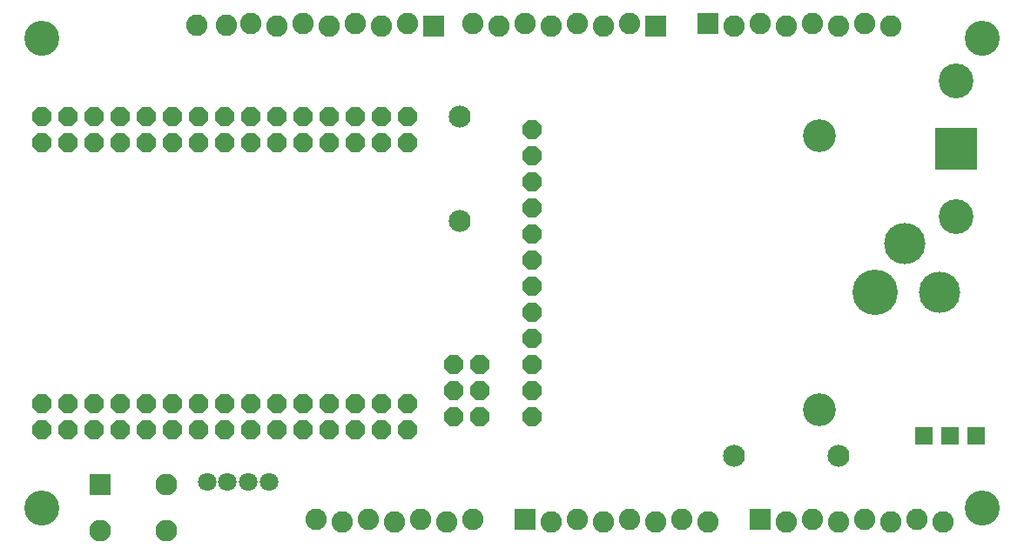
<source format=gbs>
G75*
%MOIN*%
%OFA0B0*%
%FSLAX25Y25*%
%IPPOS*%
%LPD*%
%AMOC8*
5,1,8,0,0,1.08239X$1,22.5*
%
%ADD10C,0.13398*%
%ADD11R,0.08200X0.08200*%
%ADD12C,0.08200*%
%ADD13OC8,0.07200*%
%ADD14C,0.12611*%
%ADD15C,0.07099*%
%ADD16R,0.16400X0.16400*%
%ADD17C,0.13300*%
%ADD18R,0.08300X0.08300*%
%ADD19C,0.08300*%
%ADD20C,0.17398*%
%ADD21C,0.15824*%
%ADD22R,0.07137X0.07137*%
%ADD23C,0.08400*%
D10*
X0107595Y0036800D03*
X0107595Y0216800D03*
X0467595Y0216800D03*
X0467595Y0036800D03*
D11*
X0382595Y0032300D03*
X0292595Y0032300D03*
X0257595Y0221300D03*
X0342595Y0221300D03*
X0362595Y0222300D03*
D12*
X0372595Y0221300D03*
X0382595Y0222300D03*
X0392595Y0221300D03*
X0402595Y0222300D03*
X0412595Y0221300D03*
X0422595Y0222300D03*
X0432595Y0221300D03*
X0332595Y0222300D03*
X0322595Y0221300D03*
X0312595Y0222300D03*
X0302595Y0221300D03*
X0292595Y0222300D03*
X0282595Y0221300D03*
X0272595Y0222300D03*
X0247595Y0222300D03*
X0237595Y0221300D03*
X0227595Y0222300D03*
X0217595Y0221300D03*
X0207595Y0222300D03*
X0197595Y0221300D03*
X0187595Y0222300D03*
X0178295Y0221800D03*
X0166895Y0221800D03*
X0212595Y0032300D03*
X0222595Y0031300D03*
X0232595Y0032300D03*
X0242595Y0031300D03*
X0252595Y0032300D03*
X0262595Y0031300D03*
X0272595Y0032300D03*
X0302595Y0031300D03*
X0312595Y0032300D03*
X0322595Y0031300D03*
X0332595Y0032300D03*
X0342595Y0031300D03*
X0352595Y0032300D03*
X0362595Y0031300D03*
X0392595Y0031300D03*
X0402595Y0032300D03*
X0412595Y0031300D03*
X0422595Y0032300D03*
X0432595Y0031300D03*
X0442595Y0032300D03*
X0452595Y0031300D03*
D13*
X0295095Y0071800D03*
X0295095Y0081800D03*
X0295095Y0091800D03*
X0295095Y0101800D03*
X0295095Y0111800D03*
X0295095Y0121800D03*
X0295095Y0131800D03*
X0295095Y0141800D03*
X0295095Y0151800D03*
X0295095Y0161800D03*
X0295095Y0171800D03*
X0295095Y0181800D03*
X0247595Y0176800D03*
X0237595Y0176800D03*
X0227595Y0176800D03*
X0217595Y0176800D03*
X0207595Y0176800D03*
X0197595Y0176800D03*
X0187595Y0176800D03*
X0177595Y0176800D03*
X0167595Y0176800D03*
X0157595Y0176800D03*
X0147595Y0176800D03*
X0137595Y0176800D03*
X0127595Y0176800D03*
X0117595Y0176800D03*
X0107595Y0176800D03*
X0107595Y0186800D03*
X0117595Y0186800D03*
X0127595Y0186800D03*
X0137595Y0186800D03*
X0147595Y0186800D03*
X0157595Y0186800D03*
X0167595Y0186800D03*
X0177595Y0186800D03*
X0187595Y0186800D03*
X0197595Y0186800D03*
X0207595Y0186800D03*
X0217595Y0186800D03*
X0227595Y0186800D03*
X0237595Y0186800D03*
X0247595Y0186800D03*
X0265095Y0091800D03*
X0275095Y0091800D03*
X0275095Y0081800D03*
X0265095Y0081800D03*
X0265095Y0071800D03*
X0275095Y0071800D03*
X0247595Y0066800D03*
X0237595Y0066800D03*
X0227595Y0066800D03*
X0217595Y0066800D03*
X0207595Y0066800D03*
X0197595Y0066800D03*
X0187595Y0066800D03*
X0177595Y0066800D03*
X0167595Y0066800D03*
X0157595Y0066800D03*
X0147595Y0066800D03*
X0137595Y0066800D03*
X0127595Y0066800D03*
X0117595Y0066800D03*
X0107595Y0066800D03*
X0107595Y0076800D03*
X0117595Y0076800D03*
X0127595Y0076800D03*
X0137595Y0076800D03*
X0147595Y0076800D03*
X0157595Y0076800D03*
X0167595Y0076800D03*
X0177595Y0076800D03*
X0187595Y0076800D03*
X0197595Y0076800D03*
X0207595Y0076800D03*
X0217595Y0076800D03*
X0227595Y0076800D03*
X0237595Y0076800D03*
X0247595Y0076800D03*
D14*
X0405095Y0074300D03*
X0405095Y0179300D03*
D15*
X0194406Y0046800D03*
X0186532Y0046800D03*
X0178658Y0046800D03*
X0170784Y0046800D03*
D16*
X0457595Y0174300D03*
D17*
X0457595Y0200300D03*
X0457595Y0148300D03*
D18*
X0129800Y0045658D03*
D19*
X0129800Y0027942D03*
X0155390Y0027942D03*
X0155390Y0045658D03*
D20*
X0426552Y0119300D03*
D21*
X0451158Y0119300D03*
X0437772Y0138198D03*
D22*
X0445095Y0064300D03*
X0455095Y0064300D03*
X0465095Y0064300D03*
D23*
X0412595Y0056800D03*
X0372595Y0056800D03*
X0267595Y0146800D03*
X0267595Y0186800D03*
M02*

</source>
